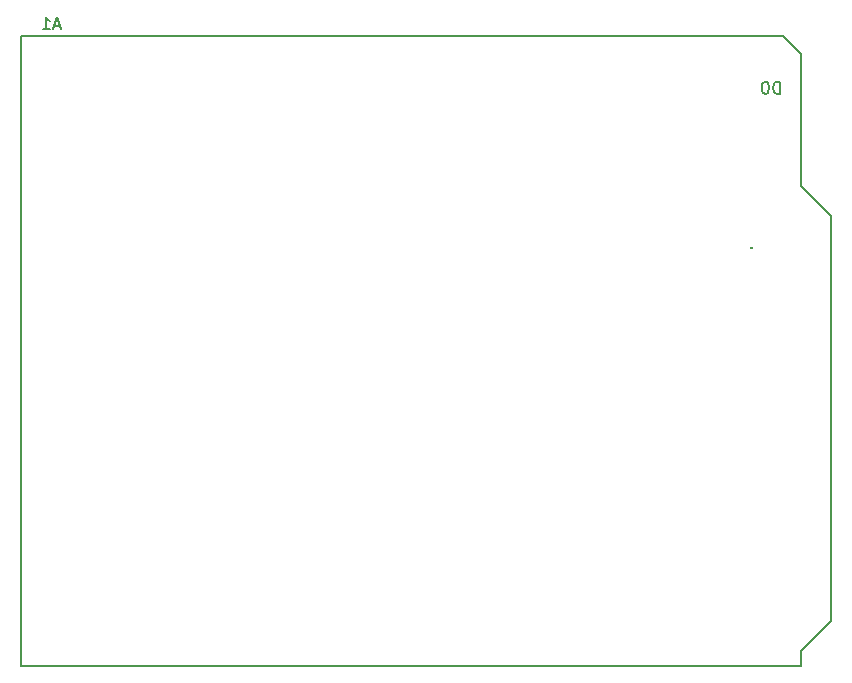
<source format=gbr>
%TF.GenerationSoftware,KiCad,Pcbnew,7.0.9*%
%TF.CreationDate,2023-12-06T14:48:21+01:00*%
%TF.ProjectId,Gas_Sensor,4761735f-5365-46e7-936f-722e6b696361,rev?*%
%TF.SameCoordinates,Original*%
%TF.FileFunction,Legend,Bot*%
%TF.FilePolarity,Positive*%
%FSLAX46Y46*%
G04 Gerber Fmt 4.6, Leading zero omitted, Abs format (unit mm)*
G04 Created by KiCad (PCBNEW 7.0.9) date 2023-12-06 14:48:21*
%MOMM*%
%LPD*%
G01*
G04 APERTURE LIST*
%ADD10C,0.150000*%
G04 APERTURE END LIST*
D10*
X31829285Y-15663104D02*
X31353095Y-15663104D01*
X31924523Y-15948819D02*
X31591190Y-14948819D01*
X31591190Y-14948819D02*
X31257857Y-15948819D01*
X30400714Y-15948819D02*
X30972142Y-15948819D01*
X30686428Y-15948819D02*
X30686428Y-14948819D01*
X30686428Y-14948819D02*
X30781666Y-15091676D01*
X30781666Y-15091676D02*
X30876904Y-15186914D01*
X30876904Y-15186914D02*
X30972142Y-15234533D01*
X92813094Y-21409819D02*
X92813094Y-20409819D01*
X92813094Y-20409819D02*
X92574999Y-20409819D01*
X92574999Y-20409819D02*
X92432142Y-20457438D01*
X92432142Y-20457438D02*
X92336904Y-20552676D01*
X92336904Y-20552676D02*
X92289285Y-20647914D01*
X92289285Y-20647914D02*
X92241666Y-20838390D01*
X92241666Y-20838390D02*
X92241666Y-20981247D01*
X92241666Y-20981247D02*
X92289285Y-21171723D01*
X92289285Y-21171723D02*
X92336904Y-21266961D01*
X92336904Y-21266961D02*
X92432142Y-21362200D01*
X92432142Y-21362200D02*
X92574999Y-21409819D01*
X92574999Y-21409819D02*
X92813094Y-21409819D01*
X91622618Y-20409819D02*
X91527380Y-20409819D01*
X91527380Y-20409819D02*
X91432142Y-20457438D01*
X91432142Y-20457438D02*
X91384523Y-20505057D01*
X91384523Y-20505057D02*
X91336904Y-20600295D01*
X91336904Y-20600295D02*
X91289285Y-20790771D01*
X91289285Y-20790771D02*
X91289285Y-21028866D01*
X91289285Y-21028866D02*
X91336904Y-21219342D01*
X91336904Y-21219342D02*
X91384523Y-21314580D01*
X91384523Y-21314580D02*
X91432142Y-21362200D01*
X91432142Y-21362200D02*
X91527380Y-21409819D01*
X91527380Y-21409819D02*
X91622618Y-21409819D01*
X91622618Y-21409819D02*
X91717856Y-21362200D01*
X91717856Y-21362200D02*
X91765475Y-21314580D01*
X91765475Y-21314580D02*
X91813094Y-21219342D01*
X91813094Y-21219342D02*
X91860713Y-21028866D01*
X91860713Y-21028866D02*
X91860713Y-20790771D01*
X91860713Y-20790771D02*
X91813094Y-20600295D01*
X91813094Y-20600295D02*
X91765475Y-20505057D01*
X91765475Y-20505057D02*
X91717856Y-20457438D01*
X91717856Y-20457438D02*
X91622618Y-20409819D01*
X90424000Y-34395580D02*
X90471619Y-34443200D01*
X90471619Y-34443200D02*
X90424000Y-34490819D01*
X90424000Y-34490819D02*
X90376381Y-34443200D01*
X90376381Y-34443200D02*
X90424000Y-34395580D01*
X90424000Y-34395580D02*
X90424000Y-34490819D01*
%TO.C,A1*%
X28575000Y-16510000D02*
X28575000Y-69850000D01*
X28575000Y-16510000D02*
X93091000Y-16510000D01*
X28575000Y-69850000D02*
X94615000Y-69850000D01*
X93091000Y-16510000D02*
X94615000Y-18034000D01*
X94615000Y-29210000D02*
X94615000Y-18034000D01*
X94615000Y-68580000D02*
X97155000Y-66040000D01*
X94615000Y-69850000D02*
X94615000Y-68580000D01*
X97155000Y-31750000D02*
X94615000Y-29210000D01*
X97155000Y-66040000D02*
X97155000Y-31750000D01*
%TD*%
M02*

</source>
